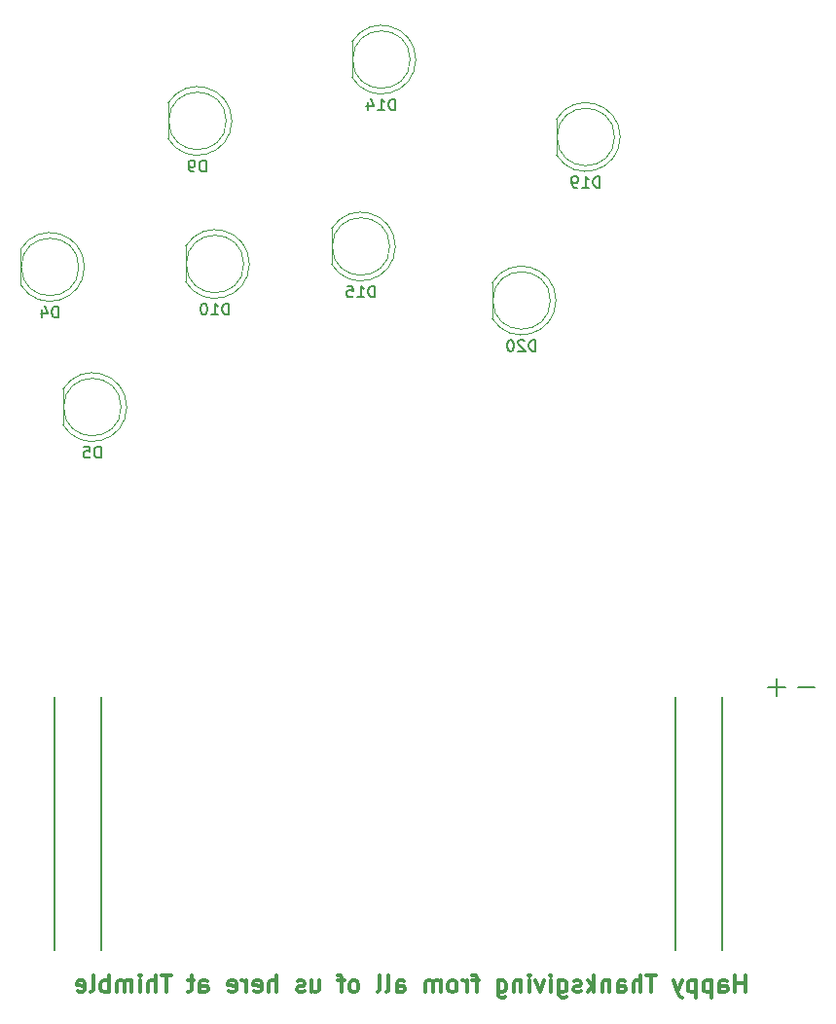
<source format=gbr>
G04 #@! TF.FileFunction,Legend,Bot*
%FSLAX46Y46*%
G04 Gerber Fmt 4.6, Leading zero omitted, Abs format (unit mm)*
G04 Created by KiCad (PCBNEW 4.0.6) date 11/09/17 22:15:05*
%MOMM*%
%LPD*%
G01*
G04 APERTURE LIST*
%ADD10C,0.100000*%
%ADD11C,0.200000*%
%ADD12C,0.300000*%
%ADD13C,0.120000*%
%ADD14C,0.150000*%
G04 APERTURE END LIST*
D10*
D11*
X180618000Y-122174000D02*
X182118000Y-122174000D01*
X178796000Y-121392000D02*
X178796000Y-122892000D01*
X178046000Y-122142000D02*
X179546000Y-122142000D01*
D12*
X176035714Y-148678571D02*
X176035714Y-147178571D01*
X176035714Y-147892857D02*
X175178571Y-147892857D01*
X175178571Y-148678571D02*
X175178571Y-147178571D01*
X173821428Y-148678571D02*
X173821428Y-147892857D01*
X173892857Y-147750000D01*
X174035714Y-147678571D01*
X174321428Y-147678571D01*
X174464285Y-147750000D01*
X173821428Y-148607143D02*
X173964285Y-148678571D01*
X174321428Y-148678571D01*
X174464285Y-148607143D01*
X174535714Y-148464286D01*
X174535714Y-148321429D01*
X174464285Y-148178571D01*
X174321428Y-148107143D01*
X173964285Y-148107143D01*
X173821428Y-148035714D01*
X173107142Y-147678571D02*
X173107142Y-149178571D01*
X173107142Y-147750000D02*
X172964285Y-147678571D01*
X172678571Y-147678571D01*
X172535714Y-147750000D01*
X172464285Y-147821429D01*
X172392856Y-147964286D01*
X172392856Y-148392857D01*
X172464285Y-148535714D01*
X172535714Y-148607143D01*
X172678571Y-148678571D01*
X172964285Y-148678571D01*
X173107142Y-148607143D01*
X171749999Y-147678571D02*
X171749999Y-149178571D01*
X171749999Y-147750000D02*
X171607142Y-147678571D01*
X171321428Y-147678571D01*
X171178571Y-147750000D01*
X171107142Y-147821429D01*
X171035713Y-147964286D01*
X171035713Y-148392857D01*
X171107142Y-148535714D01*
X171178571Y-148607143D01*
X171321428Y-148678571D01*
X171607142Y-148678571D01*
X171749999Y-148607143D01*
X170535713Y-147678571D02*
X170178570Y-148678571D01*
X169821428Y-147678571D02*
X170178570Y-148678571D01*
X170321428Y-149035714D01*
X170392856Y-149107143D01*
X170535713Y-149178571D01*
X168321428Y-147178571D02*
X167464285Y-147178571D01*
X167892856Y-148678571D02*
X167892856Y-147178571D01*
X166964285Y-148678571D02*
X166964285Y-147178571D01*
X166321428Y-148678571D02*
X166321428Y-147892857D01*
X166392857Y-147750000D01*
X166535714Y-147678571D01*
X166749999Y-147678571D01*
X166892857Y-147750000D01*
X166964285Y-147821429D01*
X164964285Y-148678571D02*
X164964285Y-147892857D01*
X165035714Y-147750000D01*
X165178571Y-147678571D01*
X165464285Y-147678571D01*
X165607142Y-147750000D01*
X164964285Y-148607143D02*
X165107142Y-148678571D01*
X165464285Y-148678571D01*
X165607142Y-148607143D01*
X165678571Y-148464286D01*
X165678571Y-148321429D01*
X165607142Y-148178571D01*
X165464285Y-148107143D01*
X165107142Y-148107143D01*
X164964285Y-148035714D01*
X164249999Y-147678571D02*
X164249999Y-148678571D01*
X164249999Y-147821429D02*
X164178571Y-147750000D01*
X164035713Y-147678571D01*
X163821428Y-147678571D01*
X163678571Y-147750000D01*
X163607142Y-147892857D01*
X163607142Y-148678571D01*
X162892856Y-148678571D02*
X162892856Y-147178571D01*
X162749999Y-148107143D02*
X162321428Y-148678571D01*
X162321428Y-147678571D02*
X162892856Y-148250000D01*
X161749999Y-148607143D02*
X161607142Y-148678571D01*
X161321427Y-148678571D01*
X161178570Y-148607143D01*
X161107142Y-148464286D01*
X161107142Y-148392857D01*
X161178570Y-148250000D01*
X161321427Y-148178571D01*
X161535713Y-148178571D01*
X161678570Y-148107143D01*
X161749999Y-147964286D01*
X161749999Y-147892857D01*
X161678570Y-147750000D01*
X161535713Y-147678571D01*
X161321427Y-147678571D01*
X161178570Y-147750000D01*
X159821427Y-147678571D02*
X159821427Y-148892857D01*
X159892856Y-149035714D01*
X159964284Y-149107143D01*
X160107141Y-149178571D01*
X160321427Y-149178571D01*
X160464284Y-149107143D01*
X159821427Y-148607143D02*
X159964284Y-148678571D01*
X160249998Y-148678571D01*
X160392856Y-148607143D01*
X160464284Y-148535714D01*
X160535713Y-148392857D01*
X160535713Y-147964286D01*
X160464284Y-147821429D01*
X160392856Y-147750000D01*
X160249998Y-147678571D01*
X159964284Y-147678571D01*
X159821427Y-147750000D01*
X159107141Y-148678571D02*
X159107141Y-147678571D01*
X159107141Y-147178571D02*
X159178570Y-147250000D01*
X159107141Y-147321429D01*
X159035713Y-147250000D01*
X159107141Y-147178571D01*
X159107141Y-147321429D01*
X158535712Y-147678571D02*
X158178569Y-148678571D01*
X157821427Y-147678571D01*
X157249998Y-148678571D02*
X157249998Y-147678571D01*
X157249998Y-147178571D02*
X157321427Y-147250000D01*
X157249998Y-147321429D01*
X157178570Y-147250000D01*
X157249998Y-147178571D01*
X157249998Y-147321429D01*
X156535712Y-147678571D02*
X156535712Y-148678571D01*
X156535712Y-147821429D02*
X156464284Y-147750000D01*
X156321426Y-147678571D01*
X156107141Y-147678571D01*
X155964284Y-147750000D01*
X155892855Y-147892857D01*
X155892855Y-148678571D01*
X154535712Y-147678571D02*
X154535712Y-148892857D01*
X154607141Y-149035714D01*
X154678569Y-149107143D01*
X154821426Y-149178571D01*
X155035712Y-149178571D01*
X155178569Y-149107143D01*
X154535712Y-148607143D02*
X154678569Y-148678571D01*
X154964283Y-148678571D01*
X155107141Y-148607143D01*
X155178569Y-148535714D01*
X155249998Y-148392857D01*
X155249998Y-147964286D01*
X155178569Y-147821429D01*
X155107141Y-147750000D01*
X154964283Y-147678571D01*
X154678569Y-147678571D01*
X154535712Y-147750000D01*
X152892855Y-147678571D02*
X152321426Y-147678571D01*
X152678569Y-148678571D02*
X152678569Y-147392857D01*
X152607141Y-147250000D01*
X152464283Y-147178571D01*
X152321426Y-147178571D01*
X151821426Y-148678571D02*
X151821426Y-147678571D01*
X151821426Y-147964286D02*
X151749998Y-147821429D01*
X151678569Y-147750000D01*
X151535712Y-147678571D01*
X151392855Y-147678571D01*
X150678569Y-148678571D02*
X150821427Y-148607143D01*
X150892855Y-148535714D01*
X150964284Y-148392857D01*
X150964284Y-147964286D01*
X150892855Y-147821429D01*
X150821427Y-147750000D01*
X150678569Y-147678571D01*
X150464284Y-147678571D01*
X150321427Y-147750000D01*
X150249998Y-147821429D01*
X150178569Y-147964286D01*
X150178569Y-148392857D01*
X150249998Y-148535714D01*
X150321427Y-148607143D01*
X150464284Y-148678571D01*
X150678569Y-148678571D01*
X149535712Y-148678571D02*
X149535712Y-147678571D01*
X149535712Y-147821429D02*
X149464284Y-147750000D01*
X149321426Y-147678571D01*
X149107141Y-147678571D01*
X148964284Y-147750000D01*
X148892855Y-147892857D01*
X148892855Y-148678571D01*
X148892855Y-147892857D02*
X148821426Y-147750000D01*
X148678569Y-147678571D01*
X148464284Y-147678571D01*
X148321426Y-147750000D01*
X148249998Y-147892857D01*
X148249998Y-148678571D01*
X145749998Y-148678571D02*
X145749998Y-147892857D01*
X145821427Y-147750000D01*
X145964284Y-147678571D01*
X146249998Y-147678571D01*
X146392855Y-147750000D01*
X145749998Y-148607143D02*
X145892855Y-148678571D01*
X146249998Y-148678571D01*
X146392855Y-148607143D01*
X146464284Y-148464286D01*
X146464284Y-148321429D01*
X146392855Y-148178571D01*
X146249998Y-148107143D01*
X145892855Y-148107143D01*
X145749998Y-148035714D01*
X144821426Y-148678571D02*
X144964284Y-148607143D01*
X145035712Y-148464286D01*
X145035712Y-147178571D01*
X144035712Y-148678571D02*
X144178570Y-148607143D01*
X144249998Y-148464286D01*
X144249998Y-147178571D01*
X142107141Y-148678571D02*
X142249999Y-148607143D01*
X142321427Y-148535714D01*
X142392856Y-148392857D01*
X142392856Y-147964286D01*
X142321427Y-147821429D01*
X142249999Y-147750000D01*
X142107141Y-147678571D01*
X141892856Y-147678571D01*
X141749999Y-147750000D01*
X141678570Y-147821429D01*
X141607141Y-147964286D01*
X141607141Y-148392857D01*
X141678570Y-148535714D01*
X141749999Y-148607143D01*
X141892856Y-148678571D01*
X142107141Y-148678571D01*
X141178570Y-147678571D02*
X140607141Y-147678571D01*
X140964284Y-148678571D02*
X140964284Y-147392857D01*
X140892856Y-147250000D01*
X140749998Y-147178571D01*
X140607141Y-147178571D01*
X138321427Y-147678571D02*
X138321427Y-148678571D01*
X138964284Y-147678571D02*
X138964284Y-148464286D01*
X138892856Y-148607143D01*
X138749998Y-148678571D01*
X138535713Y-148678571D01*
X138392856Y-148607143D01*
X138321427Y-148535714D01*
X137678570Y-148607143D02*
X137535713Y-148678571D01*
X137249998Y-148678571D01*
X137107141Y-148607143D01*
X137035713Y-148464286D01*
X137035713Y-148392857D01*
X137107141Y-148250000D01*
X137249998Y-148178571D01*
X137464284Y-148178571D01*
X137607141Y-148107143D01*
X137678570Y-147964286D01*
X137678570Y-147892857D01*
X137607141Y-147750000D01*
X137464284Y-147678571D01*
X137249998Y-147678571D01*
X137107141Y-147750000D01*
X135249998Y-148678571D02*
X135249998Y-147178571D01*
X134607141Y-148678571D02*
X134607141Y-147892857D01*
X134678570Y-147750000D01*
X134821427Y-147678571D01*
X135035712Y-147678571D01*
X135178570Y-147750000D01*
X135249998Y-147821429D01*
X133321427Y-148607143D02*
X133464284Y-148678571D01*
X133749998Y-148678571D01*
X133892855Y-148607143D01*
X133964284Y-148464286D01*
X133964284Y-147892857D01*
X133892855Y-147750000D01*
X133749998Y-147678571D01*
X133464284Y-147678571D01*
X133321427Y-147750000D01*
X133249998Y-147892857D01*
X133249998Y-148035714D01*
X133964284Y-148178571D01*
X132607141Y-148678571D02*
X132607141Y-147678571D01*
X132607141Y-147964286D02*
X132535713Y-147821429D01*
X132464284Y-147750000D01*
X132321427Y-147678571D01*
X132178570Y-147678571D01*
X131107142Y-148607143D02*
X131249999Y-148678571D01*
X131535713Y-148678571D01*
X131678570Y-148607143D01*
X131749999Y-148464286D01*
X131749999Y-147892857D01*
X131678570Y-147750000D01*
X131535713Y-147678571D01*
X131249999Y-147678571D01*
X131107142Y-147750000D01*
X131035713Y-147892857D01*
X131035713Y-148035714D01*
X131749999Y-148178571D01*
X128607142Y-148678571D02*
X128607142Y-147892857D01*
X128678571Y-147750000D01*
X128821428Y-147678571D01*
X129107142Y-147678571D01*
X129249999Y-147750000D01*
X128607142Y-148607143D02*
X128749999Y-148678571D01*
X129107142Y-148678571D01*
X129249999Y-148607143D01*
X129321428Y-148464286D01*
X129321428Y-148321429D01*
X129249999Y-148178571D01*
X129107142Y-148107143D01*
X128749999Y-148107143D01*
X128607142Y-148035714D01*
X128107142Y-147678571D02*
X127535713Y-147678571D01*
X127892856Y-147178571D02*
X127892856Y-148464286D01*
X127821428Y-148607143D01*
X127678570Y-148678571D01*
X127535713Y-148678571D01*
X126107142Y-147178571D02*
X125249999Y-147178571D01*
X125678570Y-148678571D02*
X125678570Y-147178571D01*
X124749999Y-148678571D02*
X124749999Y-147178571D01*
X124107142Y-148678571D02*
X124107142Y-147892857D01*
X124178571Y-147750000D01*
X124321428Y-147678571D01*
X124535713Y-147678571D01*
X124678571Y-147750000D01*
X124749999Y-147821429D01*
X123392856Y-148678571D02*
X123392856Y-147678571D01*
X123392856Y-147178571D02*
X123464285Y-147250000D01*
X123392856Y-147321429D01*
X123321428Y-147250000D01*
X123392856Y-147178571D01*
X123392856Y-147321429D01*
X122678570Y-148678571D02*
X122678570Y-147678571D01*
X122678570Y-147821429D02*
X122607142Y-147750000D01*
X122464284Y-147678571D01*
X122249999Y-147678571D01*
X122107142Y-147750000D01*
X122035713Y-147892857D01*
X122035713Y-148678571D01*
X122035713Y-147892857D02*
X121964284Y-147750000D01*
X121821427Y-147678571D01*
X121607142Y-147678571D01*
X121464284Y-147750000D01*
X121392856Y-147892857D01*
X121392856Y-148678571D01*
X120678570Y-148678571D02*
X120678570Y-147178571D01*
X120678570Y-147750000D02*
X120535713Y-147678571D01*
X120249999Y-147678571D01*
X120107142Y-147750000D01*
X120035713Y-147821429D01*
X119964284Y-147964286D01*
X119964284Y-148392857D01*
X120035713Y-148535714D01*
X120107142Y-148607143D01*
X120249999Y-148678571D01*
X120535713Y-148678571D01*
X120678570Y-148607143D01*
X119107141Y-148678571D02*
X119249999Y-148607143D01*
X119321427Y-148464286D01*
X119321427Y-147178571D01*
X117964285Y-148607143D02*
X118107142Y-148678571D01*
X118392856Y-148678571D01*
X118535713Y-148607143D01*
X118607142Y-148464286D01*
X118607142Y-147892857D01*
X118535713Y-147750000D01*
X118392856Y-147678571D01*
X118107142Y-147678571D01*
X117964285Y-147750000D01*
X117892856Y-147892857D01*
X117892856Y-148035714D01*
X118607142Y-148178571D01*
D11*
X174000000Y-145000000D02*
X174000000Y-123000000D01*
X170000000Y-145000000D02*
X170000000Y-123000000D01*
X116000000Y-145000000D02*
X116000000Y-123000000D01*
X120000000Y-145000000D02*
X120000000Y-123000000D01*
D13*
X118560000Y-85597538D02*
G75*
G02X113010000Y-87142830I-2990000J-462D01*
G01*
X118560000Y-85598462D02*
G75*
G03X113010000Y-84053170I-2990000J462D01*
G01*
X118070000Y-85598000D02*
G75*
G03X118070000Y-85598000I-2500000J0D01*
G01*
X113010000Y-87143000D02*
X113010000Y-84053000D01*
X122243000Y-97789538D02*
G75*
G02X116693000Y-99334830I-2990000J-462D01*
G01*
X122243000Y-97790462D02*
G75*
G03X116693000Y-96245170I-2990000J462D01*
G01*
X121753000Y-97790000D02*
G75*
G03X121753000Y-97790000I-2500000J0D01*
G01*
X116693000Y-99335000D02*
X116693000Y-96245000D01*
X131387000Y-72897538D02*
G75*
G02X125837000Y-74442830I-2990000J-462D01*
G01*
X131387000Y-72898462D02*
G75*
G03X125837000Y-71353170I-2990000J462D01*
G01*
X130897000Y-72898000D02*
G75*
G03X130897000Y-72898000I-2500000J0D01*
G01*
X125837000Y-74443000D02*
X125837000Y-71353000D01*
X132911000Y-85343538D02*
G75*
G02X127361000Y-86888830I-2990000J-462D01*
G01*
X132911000Y-85344462D02*
G75*
G03X127361000Y-83799170I-2990000J462D01*
G01*
X132421000Y-85344000D02*
G75*
G03X132421000Y-85344000I-2500000J0D01*
G01*
X127361000Y-86889000D02*
X127361000Y-83799000D01*
X147389000Y-67563538D02*
G75*
G02X141839000Y-69108830I-2990000J-462D01*
G01*
X147389000Y-67564462D02*
G75*
G03X141839000Y-66019170I-2990000J462D01*
G01*
X146899000Y-67564000D02*
G75*
G03X146899000Y-67564000I-2500000J0D01*
G01*
X141839000Y-69109000D02*
X141839000Y-66019000D01*
X145611000Y-83819538D02*
G75*
G02X140061000Y-85364830I-2990000J-462D01*
G01*
X145611000Y-83820462D02*
G75*
G03X140061000Y-82275170I-2990000J462D01*
G01*
X145121000Y-83820000D02*
G75*
G03X145121000Y-83820000I-2500000J0D01*
G01*
X140061000Y-85365000D02*
X140061000Y-82275000D01*
X165169000Y-74294538D02*
G75*
G02X159619000Y-75839830I-2990000J-462D01*
G01*
X165169000Y-74295462D02*
G75*
G03X159619000Y-72750170I-2990000J462D01*
G01*
X164679000Y-74295000D02*
G75*
G03X164679000Y-74295000I-2500000J0D01*
G01*
X159619000Y-75840000D02*
X159619000Y-72750000D01*
X159581000Y-88518538D02*
G75*
G02X154031000Y-90063830I-2990000J-462D01*
G01*
X159581000Y-88519462D02*
G75*
G03X154031000Y-86974170I-2990000J462D01*
G01*
X159091000Y-88519000D02*
G75*
G03X159091000Y-88519000I-2500000J0D01*
G01*
X154031000Y-90064000D02*
X154031000Y-86974000D01*
D14*
X116308095Y-90010381D02*
X116308095Y-89010381D01*
X116070000Y-89010381D01*
X115927142Y-89058000D01*
X115831904Y-89153238D01*
X115784285Y-89248476D01*
X115736666Y-89438952D01*
X115736666Y-89581810D01*
X115784285Y-89772286D01*
X115831904Y-89867524D01*
X115927142Y-89962762D01*
X116070000Y-90010381D01*
X116308095Y-90010381D01*
X114879523Y-89343714D02*
X114879523Y-90010381D01*
X115117619Y-88962762D02*
X115355714Y-89677048D01*
X114736666Y-89677048D01*
X119991095Y-102202381D02*
X119991095Y-101202381D01*
X119753000Y-101202381D01*
X119610142Y-101250000D01*
X119514904Y-101345238D01*
X119467285Y-101440476D01*
X119419666Y-101630952D01*
X119419666Y-101773810D01*
X119467285Y-101964286D01*
X119514904Y-102059524D01*
X119610142Y-102154762D01*
X119753000Y-102202381D01*
X119991095Y-102202381D01*
X118514904Y-101202381D02*
X118991095Y-101202381D01*
X119038714Y-101678571D01*
X118991095Y-101630952D01*
X118895857Y-101583333D01*
X118657761Y-101583333D01*
X118562523Y-101630952D01*
X118514904Y-101678571D01*
X118467285Y-101773810D01*
X118467285Y-102011905D01*
X118514904Y-102107143D01*
X118562523Y-102154762D01*
X118657761Y-102202381D01*
X118895857Y-102202381D01*
X118991095Y-102154762D01*
X119038714Y-102107143D01*
X129135095Y-77310381D02*
X129135095Y-76310381D01*
X128897000Y-76310381D01*
X128754142Y-76358000D01*
X128658904Y-76453238D01*
X128611285Y-76548476D01*
X128563666Y-76738952D01*
X128563666Y-76881810D01*
X128611285Y-77072286D01*
X128658904Y-77167524D01*
X128754142Y-77262762D01*
X128897000Y-77310381D01*
X129135095Y-77310381D01*
X128087476Y-77310381D02*
X127897000Y-77310381D01*
X127801761Y-77262762D01*
X127754142Y-77215143D01*
X127658904Y-77072286D01*
X127611285Y-76881810D01*
X127611285Y-76500857D01*
X127658904Y-76405619D01*
X127706523Y-76358000D01*
X127801761Y-76310381D01*
X127992238Y-76310381D01*
X128087476Y-76358000D01*
X128135095Y-76405619D01*
X128182714Y-76500857D01*
X128182714Y-76738952D01*
X128135095Y-76834190D01*
X128087476Y-76881810D01*
X127992238Y-76929429D01*
X127801761Y-76929429D01*
X127706523Y-76881810D01*
X127658904Y-76834190D01*
X127611285Y-76738952D01*
X131135286Y-89756381D02*
X131135286Y-88756381D01*
X130897191Y-88756381D01*
X130754333Y-88804000D01*
X130659095Y-88899238D01*
X130611476Y-88994476D01*
X130563857Y-89184952D01*
X130563857Y-89327810D01*
X130611476Y-89518286D01*
X130659095Y-89613524D01*
X130754333Y-89708762D01*
X130897191Y-89756381D01*
X131135286Y-89756381D01*
X129611476Y-89756381D02*
X130182905Y-89756381D01*
X129897191Y-89756381D02*
X129897191Y-88756381D01*
X129992429Y-88899238D01*
X130087667Y-88994476D01*
X130182905Y-89042095D01*
X128992429Y-88756381D02*
X128897190Y-88756381D01*
X128801952Y-88804000D01*
X128754333Y-88851619D01*
X128706714Y-88946857D01*
X128659095Y-89137333D01*
X128659095Y-89375429D01*
X128706714Y-89565905D01*
X128754333Y-89661143D01*
X128801952Y-89708762D01*
X128897190Y-89756381D01*
X128992429Y-89756381D01*
X129087667Y-89708762D01*
X129135286Y-89661143D01*
X129182905Y-89565905D01*
X129230524Y-89375429D01*
X129230524Y-89137333D01*
X129182905Y-88946857D01*
X129135286Y-88851619D01*
X129087667Y-88804000D01*
X128992429Y-88756381D01*
X145613286Y-71976381D02*
X145613286Y-70976381D01*
X145375191Y-70976381D01*
X145232333Y-71024000D01*
X145137095Y-71119238D01*
X145089476Y-71214476D01*
X145041857Y-71404952D01*
X145041857Y-71547810D01*
X145089476Y-71738286D01*
X145137095Y-71833524D01*
X145232333Y-71928762D01*
X145375191Y-71976381D01*
X145613286Y-71976381D01*
X144089476Y-71976381D02*
X144660905Y-71976381D01*
X144375191Y-71976381D02*
X144375191Y-70976381D01*
X144470429Y-71119238D01*
X144565667Y-71214476D01*
X144660905Y-71262095D01*
X143232333Y-71309714D02*
X143232333Y-71976381D01*
X143470429Y-70928762D02*
X143708524Y-71643048D01*
X143089476Y-71643048D01*
X143835286Y-88232381D02*
X143835286Y-87232381D01*
X143597191Y-87232381D01*
X143454333Y-87280000D01*
X143359095Y-87375238D01*
X143311476Y-87470476D01*
X143263857Y-87660952D01*
X143263857Y-87803810D01*
X143311476Y-87994286D01*
X143359095Y-88089524D01*
X143454333Y-88184762D01*
X143597191Y-88232381D01*
X143835286Y-88232381D01*
X142311476Y-88232381D02*
X142882905Y-88232381D01*
X142597191Y-88232381D02*
X142597191Y-87232381D01*
X142692429Y-87375238D01*
X142787667Y-87470476D01*
X142882905Y-87518095D01*
X141406714Y-87232381D02*
X141882905Y-87232381D01*
X141930524Y-87708571D01*
X141882905Y-87660952D01*
X141787667Y-87613333D01*
X141549571Y-87613333D01*
X141454333Y-87660952D01*
X141406714Y-87708571D01*
X141359095Y-87803810D01*
X141359095Y-88041905D01*
X141406714Y-88137143D01*
X141454333Y-88184762D01*
X141549571Y-88232381D01*
X141787667Y-88232381D01*
X141882905Y-88184762D01*
X141930524Y-88137143D01*
X163393286Y-78707381D02*
X163393286Y-77707381D01*
X163155191Y-77707381D01*
X163012333Y-77755000D01*
X162917095Y-77850238D01*
X162869476Y-77945476D01*
X162821857Y-78135952D01*
X162821857Y-78278810D01*
X162869476Y-78469286D01*
X162917095Y-78564524D01*
X163012333Y-78659762D01*
X163155191Y-78707381D01*
X163393286Y-78707381D01*
X161869476Y-78707381D02*
X162440905Y-78707381D01*
X162155191Y-78707381D02*
X162155191Y-77707381D01*
X162250429Y-77850238D01*
X162345667Y-77945476D01*
X162440905Y-77993095D01*
X161393286Y-78707381D02*
X161202810Y-78707381D01*
X161107571Y-78659762D01*
X161059952Y-78612143D01*
X160964714Y-78469286D01*
X160917095Y-78278810D01*
X160917095Y-77897857D01*
X160964714Y-77802619D01*
X161012333Y-77755000D01*
X161107571Y-77707381D01*
X161298048Y-77707381D01*
X161393286Y-77755000D01*
X161440905Y-77802619D01*
X161488524Y-77897857D01*
X161488524Y-78135952D01*
X161440905Y-78231190D01*
X161393286Y-78278810D01*
X161298048Y-78326429D01*
X161107571Y-78326429D01*
X161012333Y-78278810D01*
X160964714Y-78231190D01*
X160917095Y-78135952D01*
X157805286Y-92931381D02*
X157805286Y-91931381D01*
X157567191Y-91931381D01*
X157424333Y-91979000D01*
X157329095Y-92074238D01*
X157281476Y-92169476D01*
X157233857Y-92359952D01*
X157233857Y-92502810D01*
X157281476Y-92693286D01*
X157329095Y-92788524D01*
X157424333Y-92883762D01*
X157567191Y-92931381D01*
X157805286Y-92931381D01*
X156852905Y-92026619D02*
X156805286Y-91979000D01*
X156710048Y-91931381D01*
X156471952Y-91931381D01*
X156376714Y-91979000D01*
X156329095Y-92026619D01*
X156281476Y-92121857D01*
X156281476Y-92217095D01*
X156329095Y-92359952D01*
X156900524Y-92931381D01*
X156281476Y-92931381D01*
X155662429Y-91931381D02*
X155567190Y-91931381D01*
X155471952Y-91979000D01*
X155424333Y-92026619D01*
X155376714Y-92121857D01*
X155329095Y-92312333D01*
X155329095Y-92550429D01*
X155376714Y-92740905D01*
X155424333Y-92836143D01*
X155471952Y-92883762D01*
X155567190Y-92931381D01*
X155662429Y-92931381D01*
X155757667Y-92883762D01*
X155805286Y-92836143D01*
X155852905Y-92740905D01*
X155900524Y-92550429D01*
X155900524Y-92312333D01*
X155852905Y-92121857D01*
X155805286Y-92026619D01*
X155757667Y-91979000D01*
X155662429Y-91931381D01*
M02*

</source>
